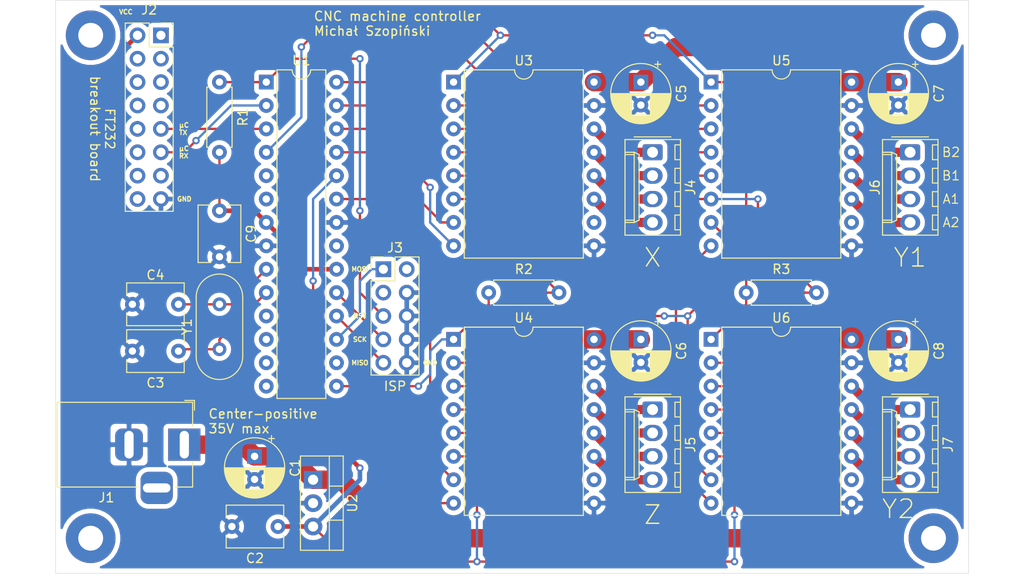
<source format=kicad_pcb>
(kicad_pcb (version 20171130) (host pcbnew "(5.1.10)-1")
  (layers (0 F.Cu signal) (31 B.Cu signal) (35 F.Paste user) (37 F.SilkS user) (38 B.Mask user) (39 F.Mask user) (44 Edge.Cuts user))
  (net 0 "")
  (net 1 GND)
  (net 2 +5V)
  (net 3 "Net-(C3-Pad1)")
  (net 4 "Net-(C4-Pad1)")
  (net 5 "Net-(J2-Pad1)")
  (net 6 "Net-(J2-Pad3)")
  (net 7 "Net-(J2-Pad4)")
  (net 8 "Net-(J2-Pad5)")
  (net 9 "Net-(J2-Pad6)")
  (net 10 "Net-(J2-Pad7)")
  (net 11 "Net-(J2-Pad8)")
  (net 12 /TXD)
  (net 13 "Net-(J2-Pad10)")
  (net 14 /RXD)
  (net 15 "Net-(J2-Pad12)")
  (net 16 "Net-(J2-Pad13)")
  (net 17 "Net-(J2-Pad14)")
  (net 18 "Net-(J2-Pad16)")
  (net 19 "Net-(J3-Pad1)")
  (net 20 "Net-(J3-Pad2)")
  (net 21 "Net-(J3-Pad3)")
  (net 22 /RESET)
  (net 23 "Net-(J3-Pad7)")
  (net 24 "Net-(J3-Pad9)")
  (net 25 "Net-(J4-Pad1)")
  (net 26 "Net-(J4-Pad2)")
  (net 27 "Net-(J4-Pad3)")
  (net 28 "Net-(J4-Pad4)")
  (net 29 "Net-(J5-Pad1)")
  (net 30 "Net-(J5-Pad2)")
  (net 31 "Net-(J5-Pad3)")
  (net 32 "Net-(J5-Pad4)")
  (net 33 "Net-(J6-Pad4)")
  (net 34 "Net-(J6-Pad3)")
  (net 35 "Net-(J6-Pad2)")
  (net 36 "Net-(J6-Pad1)")
  (net 37 "Net-(J7-Pad4)")
  (net 38 "Net-(J7-Pad3)")
  (net 39 "Net-(J7-Pad2)")
  (net 40 "Net-(J7-Pad1)")
  (net 41 /ENABLE_Z)
  (net 42 /ENABLE_XY)
  (net 43 "Net-(U1-Pad16)")
  (net 44 "Net-(U1-Pad5)")
  (net 45 "Net-(U1-Pad6)")
  (net 46 "Net-(U1-Pad21)")
  (net 47 /STEP_Z)
  (net 48 /DIR_Z)
  (net 49 "Net-(U1-Pad11)")
  (net 50 /STEP_X)
  (net 51 "Net-(U1-Pad12)")
  (net 52 /DIR_X)
  (net 53 /STEP_Y)
  (net 54 /DIR_Y)
  (net 55 "Net-(U3-Pad10)")
  (net 56 "Net-(U4-Pad10)")
  (net 57 "Net-(U5-Pad10)")
  (net 58 "Net-(U6-Pad10)")
  (net 59 "Net-(U1-Pad14)")
  (net 60 "Net-(U1-Pad13)")
  (net 61 +12V)
  (module MountingHole:MountingHole_2.7mm_Pad (layer F.Cu) (at 109.22 138.43)
    (fp_text reference REF** hide)
    (fp_text value MountingHole_2.7mm_Pad)
    (pad 4 thru_hole circle (at 0 0) (size 5.4 5.4) (drill 2.7) (layers *.Cu *.Mask))
  )
  (module MountingHole:MountingHole_2.7mm_Pad (layer F.Cu) (at 200.66 138.43)
    (fp_text reference REF** hide)
    (fp_text value MountingHole_2.7mm_Pad)
    (pad 3 thru_hole circle (at 0 0) (size 5.4 5.4) (drill 2.7) (layers *.Cu *.Mask))
  )
  (module MountingHole:MountingHole_2.7mm_Pad (layer F.Cu) (at 200.66 83.82)
    (fp_text reference REF** hide)
    (fp_text value MountingHole_2.7mm_Pad)
    (pad 2 thru_hole circle (at 0 0) (size 5.4 5.4) (drill 2.7) (layers *.Cu *.Mask))
  )
  (module MountingHole:MountingHole_2.7mm_Pad (layer F.Cu) (at 109.22 83.82)
    (fp_text reference REF** hide)
    (fp_text value MountingHole_2.7mm_Pad)
    (pad 1 thru_hole circle (at 0 0) (size 5.4 5.4) (drill 2.7) (layers *.Cu *.Mask))
  )
  (module Capacitor_THT:C_Disc_D6.0mm_W4.4mm_P5.00mm (layer F.Cu) (at 129.54 137.16 180)
    (fp_text reference C2 (at 2.5 -3.45) (layer F.SilkS))
    (fp_text value 100n)
    (pad 2 thru_hole circle (at 5 0 180) (size 1.6 1.6) (drill 0.8) (layers *.Cu *.Mask) (net 1 GND))
    (pad 1 thru_hole circle (at 0 0 180) (size 1.6 1.6) (drill 0.8) (layers *.Cu *.Mask) (net 2 +5V))
  )
  (module Capacitor_THT:C_Disc_D6.0mm_W4.4mm_P5.00mm (layer F.Cu) (at 118.745 118.11 180)
    (fp_text reference C3 (at 2.5 -3.45) (layer F.SilkS))
    (fp_text value 22p)
    (pad 1 thru_hole circle (at 0 0 180) (size 1.6 1.6) (drill 0.8) (layers *.Cu *.Mask) (net 3 "Net-(C3-Pad1)"))
    (pad 2 thru_hole circle (at 5 0 180) (size 1.6 1.6) (drill 0.8) (layers *.Cu *.Mask) (net 1 GND))
  )
  (module Capacitor_THT:C_Disc_D6.0mm_W4.4mm_P5.00mm (layer F.Cu) (at 118.745 113.03 180)
    (fp_text reference C4 (at 2.5 3.175) (layer F.SilkS))
    (fp_text value 22p)
    (pad 2 thru_hole circle (at 5 0 180) (size 1.6 1.6) (drill 0.8) (layers *.Cu *.Mask) (net 1 GND))
    (pad 1 thru_hole circle (at 0 0 180) (size 1.6 1.6) (drill 0.8) (layers *.Cu *.Mask) (net 4 "Net-(C4-Pad1)"))
  )
  (module Capacitor_THT:CP_Radial_D6.3mm_P2.50mm (layer F.Cu) (at 168.91 88.9 270)
    (fp_text reference C5 (at 1.25 -4.4 90) (layer F.SilkS))
    (fp_text value 100u)
    (pad 2 thru_hole circle (at 2.5 0 270) (size 1.6 1.6) (drill 0.8) (layers *.Cu *.Mask) (net 1 GND))
    (pad 1 thru_hole rect (at 0 0 270) (size 1.6 1.6) (drill 0.8) (layers *.Cu *.Mask) (net 61 +12V))
  )
  (module Capacitor_THT:CP_Radial_D6.3mm_P2.50mm (layer F.Cu) (at 168.91 116.84 270)
    (fp_text reference C6 (at 1.25 -4.4 90) (layer F.SilkS))
    (fp_text value 100u)
    (pad 2 thru_hole circle (at 2.5 0 270) (size 1.6 1.6) (drill 0.8) (layers *.Cu *.Mask) (net 1 GND))
    (pad 1 thru_hole rect (at 0 0 270) (size 1.6 1.6) (drill 0.8) (layers *.Cu *.Mask) (net 61 +12V))
  )
  (module Capacitor_THT:CP_Radial_D6.3mm_P2.50mm (layer F.Cu) (at 196.85 88.9 270)
    (fp_text reference C7 (at 1.25 -4.4 90) (layer F.SilkS))
    (fp_text value 100u)
    (pad 1 thru_hole rect (at 0 0 270) (size 1.6 1.6) (drill 0.8) (layers *.Cu *.Mask) (net 61 +12V))
    (pad 2 thru_hole circle (at 2.5 0 270) (size 1.6 1.6) (drill 0.8) (layers *.Cu *.Mask) (net 1 GND))
  )
  (module Capacitor_THT:CP_Radial_D6.3mm_P2.50mm (layer F.Cu) (at 196.85 116.84 270)
    (fp_text reference C8 (at 1.25 -4.4 90) (layer F.SilkS))
    (fp_text value 100u)
    (pad 1 thru_hole rect (at 0 0 270) (size 1.6 1.6) (drill 0.8) (layers *.Cu *.Mask) (net 61 +12V))
    (pad 2 thru_hole circle (at 2.5 0 270) (size 1.6 1.6) (drill 0.8) (layers *.Cu *.Mask) (net 1 GND))
  )
  (module Capacitor_THT:C_Disc_D6.0mm_W4.4mm_P5.00mm (layer F.Cu) (at 123.19 102.87 270)
    (fp_text reference C9 (at 2.5 -3.45 90) (layer F.SilkS))
    (fp_text value 100n)
    (pad 1 thru_hole circle (at 0 0 270) (size 1.6 1.6) (drill 0.8) (layers *.Cu *.Mask) (net 2 +5V))
    (pad 2 thru_hole circle (at 5 0 270) (size 1.6 1.6) (drill 0.8) (layers *.Cu *.Mask) (net 1 GND))
  )
  (module Connector_BarrelJack:BarrelJack_Horizontal (layer F.Cu) (at 119.38 128.27)
    (fp_text reference J1 (at -8.45 5.75) (layer F.SilkS))
    (fp_text value Barrel_Jack)
    (pad 1 thru_hole rect (at 0 0) (size 3.5 3.5) (drill oval 1 3) (layers *.Cu *.Mask) (net 61 +12V))
    (pad 2 thru_hole roundrect (at -6 0) (size 3 3.5) (drill oval 1 3) (layers *.Cu *.Mask) (net 1 GND))
    (pad 3 thru_hole roundrect (at -3 4.7) (size 3.5 3.5) (drill oval 3 1) (layers *.Cu *.Mask))
  )
  (module Connector_PinSocket_2.54mm:PinSocket_2x08_P2.54mm_Vertical (layer F.Cu) (at 116.84 83.82)
    (fp_text reference J2 (at -1.27 -2.77) (layer F.SilkS))
    (fp_text value Conn_02x08_Odd_Even)
    (pad 1 thru_hole rect (at 0 0) (size 1.7 1.7) (drill 1) (layers *.Cu *.Mask) (net 5 "Net-(J2-Pad1)"))
    (pad 2 thru_hole oval (at -2.54 0) (size 1.7 1.7) (drill 1) (layers *.Cu *.Mask) (net 2 +5V))
    (pad 3 thru_hole oval (at 0 2.54) (size 1.7 1.7) (drill 1) (layers *.Cu *.Mask) (net 6 "Net-(J2-Pad3)"))
    (pad 4 thru_hole oval (at -2.54 2.54) (size 1.7 1.7) (drill 1) (layers *.Cu *.Mask) (net 7 "Net-(J2-Pad4)"))
    (pad 5 thru_hole oval (at 0 5.08) (size 1.7 1.7) (drill 1) (layers *.Cu *.Mask) (net 8 "Net-(J2-Pad5)"))
    (pad 6 thru_hole oval (at -2.54 5.08) (size 1.7 1.7) (drill 1) (layers *.Cu *.Mask) (net 9 "Net-(J2-Pad6)"))
    (pad 7 thru_hole oval (at 0 7.62) (size 1.7 1.7) (drill 1) (layers *.Cu *.Mask) (net 10 "Net-(J2-Pad7)"))
    (pad 8 thru_hole oval (at -2.54 7.62) (size 1.7 1.7) (drill 1) (layers *.Cu *.Mask) (net 11 "Net-(J2-Pad8)"))
    (pad 9 thru_hole oval (at 0 10.16) (size 1.7 1.7) (drill 1) (layers *.Cu *.Mask) (net 12 /TXD))
    (pad 10 thru_hole oval (at -2.54 10.16) (size 1.7 1.7) (drill 1) (layers *.Cu *.Mask) (net 13 "Net-(J2-Pad10)"))
    (pad 11 thru_hole oval (at 0 12.7) (size 1.7 1.7) (drill 1) (layers *.Cu *.Mask) (net 14 /RXD))
    (pad 12 thru_hole oval (at -2.54 12.7) (size 1.7 1.7) (drill 1) (layers *.Cu *.Mask) (net 15 "Net-(J2-Pad12)"))
    (pad 13 thru_hole oval (at 0 15.24) (size 1.7 1.7) (drill 1) (layers *.Cu *.Mask) (net 16 "Net-(J2-Pad13)"))
    (pad 14 thru_hole oval (at -2.54 15.24) (size 1.7 1.7) (drill 1) (layers *.Cu *.Mask) (net 17 "Net-(J2-Pad14)"))
    (pad 15 thru_hole oval (at 0 17.78) (size 1.7 1.7) (drill 1) (layers *.Cu *.Mask) (net 1 GND))
    (pad 16 thru_hole oval (at -2.54 17.78) (size 1.7 1.7) (drill 1) (layers *.Cu *.Mask) (net 18 "Net-(J2-Pad16)"))
  )
  (module Connector_PinHeader_2.54mm:PinHeader_2x05_P2.54mm_Vertical (layer F.Cu) (at 140.97 109.22)
    (fp_text reference J3 (at 1.27 -2.33) (layer F.SilkS))
    (fp_text value AVR-ISP-10)
    (pad 1 thru_hole rect (at 0 0) (size 1.7 1.7) (drill 1) (layers *.Cu *.Mask) (net 19 "Net-(J3-Pad1)"))
    (pad 2 thru_hole oval (at 2.54 0) (size 1.7 1.7) (drill 1) (layers *.Cu *.Mask) (net 20 "Net-(J3-Pad2)"))
    (pad 3 thru_hole oval (at 0 2.54) (size 1.7 1.7) (drill 1) (layers *.Cu *.Mask) (net 21 "Net-(J3-Pad3)"))
    (pad 4 thru_hole oval (at 2.54 2.54) (size 1.7 1.7) (drill 1) (layers *.Cu *.Mask) (net 1 GND))
    (pad 5 thru_hole oval (at 0 5.08) (size 1.7 1.7) (drill 1) (layers *.Cu *.Mask) (net 22 /RESET))
    (pad 6 thru_hole oval (at 2.54 5.08) (size 1.7 1.7) (drill 1) (layers *.Cu *.Mask) (net 1 GND))
    (pad 7 thru_hole oval (at 0 7.62) (size 1.7 1.7) (drill 1) (layers *.Cu *.Mask) (net 23 "Net-(J3-Pad7)"))
    (pad 8 thru_hole oval (at 2.54 7.62) (size 1.7 1.7) (drill 1) (layers *.Cu *.Mask) (net 1 GND))
    (pad 9 thru_hole oval (at 0 10.16) (size 1.7 1.7) (drill 1) (layers *.Cu *.Mask) (net 24 "Net-(J3-Pad9)"))
    (pad 10 thru_hole oval (at 2.54 10.16) (size 1.7 1.7) (drill 1) (layers *.Cu *.Mask) (net 1 GND))
  )
  (module Connector_Molex:Molex_KK-254_AE-6410-04A_1x04_P2.54mm_Vertical (layer F.Cu) (at 170.18 96.52 270)
    (fp_text reference J4 (at 3.81 -4.12 90) (layer F.SilkS))
    (fp_text value Conn_01x04)
    (pad 1 thru_hole roundrect (at 0 0 270) (size 1.74 2.19) (drill 1.19) (layers *.Cu *.Mask) (roundrect_rratio 0.143678) (net 25 "Net-(J4-Pad1)"))
    (pad 2 thru_hole oval (at 2.54 0 270) (size 1.74 2.19) (drill 1.19) (layers *.Cu *.Mask) (net 26 "Net-(J4-Pad2)"))
    (pad 3 thru_hole oval (at 5.08 0 270) (size 1.74 2.19) (drill 1.19) (layers *.Cu *.Mask) (net 27 "Net-(J4-Pad3)"))
    (pad 4 thru_hole oval (at 7.62 0 270) (size 1.74 2.19) (drill 1.19) (layers *.Cu *.Mask) (net 28 "Net-(J4-Pad4)"))
  )
  (module Connector_Molex:Molex_KK-254_AE-6410-04A_1x04_P2.54mm_Vertical (layer F.Cu) (at 170.18 124.46 270)
    (fp_text reference J5 (at 3.81 -4.12 90) (layer F.SilkS))
    (fp_text value Conn_01x04)
    (pad 1 thru_hole roundrect (at 0 0 270) (size 1.74 2.19) (drill 1.19) (layers *.Cu *.Mask) (roundrect_rratio 0.143678) (net 29 "Net-(J5-Pad1)"))
    (pad 2 thru_hole oval (at 2.54 0 270) (size 1.74 2.19) (drill 1.19) (layers *.Cu *.Mask) (net 30 "Net-(J5-Pad2)"))
    (pad 3 thru_hole oval (at 5.08 0 270) (size 1.74 2.19) (drill 1.19) (layers *.Cu *.Mask) (net 31 "Net-(J5-Pad3)"))
    (pad 4 thru_hole oval (at 7.62 0 270) (size 1.74 2.19) (drill 1.19) (layers *.Cu *.Mask) (net 32 "Net-(J5-Pad4)"))
  )
  (module Connector_Molex:Molex_KK-254_AE-6410-04A_1x04_P2.54mm_Vertical (layer F.Cu) (at 198.12 96.52 270)
    (fp_text reference J6 (at 3.81 3.81 90) (layer F.SilkS))
    (fp_text value Conn_01x04)
    (pad 4 thru_hole oval (at 7.62 0 270) (size 1.74 2.19) (drill 1.19) (layers *.Cu *.Mask) (net 33 "Net-(J6-Pad4)"))
    (pad 3 thru_hole oval (at 5.08 0 270) (size 1.74 2.19) (drill 1.19) (layers *.Cu *.Mask) (net 34 "Net-(J6-Pad3)"))
    (pad 2 thru_hole oval (at 2.54 0 270) (size 1.74 2.19) (drill 1.19) (layers *.Cu *.Mask) (net 35 "Net-(J6-Pad2)"))
    (pad 1 thru_hole roundrect (at 0 0 270) (size 1.74 2.19) (drill 1.19) (layers *.Cu *.Mask) (roundrect_rratio 0.143678) (net 36 "Net-(J6-Pad1)"))
  )
  (module Connector_Molex:Molex_KK-254_AE-6410-04A_1x04_P2.54mm_Vertical (layer F.Cu) (at 198.12 124.46 270)
    (fp_text reference J7 (at 3.81 -4.12 90) (layer F.SilkS))
    (fp_text value Conn_01x04)
    (pad 4 thru_hole oval (at 7.62 0 270) (size 1.74 2.19) (drill 1.19) (layers *.Cu *.Mask) (net 37 "Net-(J7-Pad4)"))
    (pad 3 thru_hole oval (at 5.08 0 270) (size 1.74 2.19) (drill 1.19) (layers *.Cu *.Mask) (net 38 "Net-(J7-Pad3)"))
    (pad 2 thru_hole oval (at 2.54 0 270) (size 1.74 2.19) (drill 1.19) (layers *.Cu *.Mask) (net 39 "Net-(J7-Pad2)"))
    (pad 1 thru_hole roundrect (at 0 0 270) (size 1.74 2.19) (drill 1.19) (layers *.Cu *.Mask) (roundrect_rratio 0.143678) (net 40 "Net-(J7-Pad1)"))
  )
  (module Resistor_THT:R_Axial_DIN0207_L6.3mm_D2.5mm_P7.62mm_Horizontal (layer F.Cu) (at 123.19 96.52 90)
    (fp_text reference R1 (at 3.81 2.54 90) (layer F.SilkS))
    (fp_text value 10k)
    (pad 1 thru_hole circle (at 0 0 90) (size 1.6 1.6) (drill 0.8) (layers *.Cu *.Mask) (net 2 +5V))
    (pad 2 thru_hole oval (at 7.62 0 90) (size 1.6 1.6) (drill 0.8) (layers *.Cu *.Mask) (net 22 /RESET))
  )
  (module Resistor_THT:R_Axial_DIN0207_L6.3mm_D2.5mm_P7.62mm_Horizontal (layer F.Cu) (at 160.02 111.76 180)
    (fp_text reference R2 (at 3.81 2.54) (layer F.SilkS))
    (fp_text value 10k)
    (pad 2 thru_hole oval (at 7.62 0 180) (size 1.6 1.6) (drill 0.8) (layers *.Cu *.Mask) (net 41 /ENABLE_Z))
    (pad 1 thru_hole circle (at 0 0 180) (size 1.6 1.6) (drill 0.8) (layers *.Cu *.Mask) (net 2 +5V))
  )
  (module Resistor_THT:R_Axial_DIN0207_L6.3mm_D2.5mm_P7.62mm_Horizontal (layer F.Cu) (at 187.96 111.76 180)
    (fp_text reference R3 (at 3.81 2.54) (layer F.SilkS))
    (fp_text value 10k)
    (pad 1 thru_hole circle (at 0 0 180) (size 1.6 1.6) (drill 0.8) (layers *.Cu *.Mask) (net 2 +5V))
    (pad 2 thru_hole oval (at 7.62 0 180) (size 1.6 1.6) (drill 0.8) (layers *.Cu *.Mask) (net 42 /ENABLE_XY))
  )
  (module Package_DIP:DIP-28_W7.62mm (layer F.Cu) (at 128.27 88.9)
    (fp_text reference U1 (at 3.81 -2.33) (layer F.SilkS))
    (fp_text value ATmega328P-PU)
    (pad 1 thru_hole rect (at 0 0) (size 1.6 1.6) (drill 0.8) (layers *.Cu *.Mask) (net 22 /RESET))
    (pad 15 thru_hole oval (at 7.62 33.02) (size 1.6 1.6) (drill 0.8) (layers *.Cu *.Mask) (net 41 /ENABLE_Z))
    (pad 2 thru_hole oval (at 0 2.54) (size 1.6 1.6) (drill 0.8) (layers *.Cu *.Mask) (net 14 /RXD))
    (pad 16 thru_hole oval (at 7.62 30.48) (size 1.6 1.6) (drill 0.8) (layers *.Cu *.Mask) (net 43 "Net-(U1-Pad16)"))
    (pad 3 thru_hole oval (at 0 5.08) (size 1.6 1.6) (drill 0.8) (layers *.Cu *.Mask) (net 12 /TXD))
    (pad 17 thru_hole oval (at 7.62 27.94) (size 1.6 1.6) (drill 0.8) (layers *.Cu *.Mask) (net 19 "Net-(J3-Pad1)"))
    (pad 4 thru_hole oval (at 0 7.62) (size 1.6 1.6) (drill 0.8) (layers *.Cu *.Mask) (net 42 /ENABLE_XY))
    (pad 18 thru_hole oval (at 7.62 25.4) (size 1.6 1.6) (drill 0.8) (layers *.Cu *.Mask) (net 24 "Net-(J3-Pad9)"))
    (pad 5 thru_hole oval (at 0 10.16) (size 1.6 1.6) (drill 0.8) (layers *.Cu *.Mask) (net 44 "Net-(U1-Pad5)"))
    (pad 19 thru_hole oval (at 7.62 22.86) (size 1.6 1.6) (drill 0.8) (layers *.Cu *.Mask) (net 23 "Net-(J3-Pad7)"))
    (pad 6 thru_hole oval (at 0 12.7) (size 1.6 1.6) (drill 0.8) (layers *.Cu *.Mask) (net 45 "Net-(U1-Pad6)"))
    (pad 20 thru_hole oval (at 7.62 20.32) (size 1.6 1.6) (drill 0.8) (layers *.Cu *.Mask) (net 2 +5V))
    (pad 7 thru_hole oval (at 0 15.24) (size 1.6 1.6) (drill 0.8) (layers *.Cu *.Mask) (net 2 +5V))
    (pad 21 thru_hole oval (at 7.62 17.78) (size 1.6 1.6) (drill 0.8) (layers *.Cu *.Mask) (net 46 "Net-(U1-Pad21)"))
    (pad 8 thru_hole oval (at 0 17.78) (size 1.6 1.6) (drill 0.8) (layers *.Cu *.Mask) (net 1 GND))
    (pad 22 thru_hole oval (at 7.62 15.24) (size 1.6 1.6) (drill 0.8) (layers *.Cu *.Mask) (net 1 GND))
    (pad 9 thru_hole oval (at 0 20.32) (size 1.6 1.6) (drill 0.8) (layers *.Cu *.Mask) (net 4 "Net-(C4-Pad1)"))
    (pad 23 thru_hole oval (at 7.62 12.7) (size 1.6 1.6) (drill 0.8) (layers *.Cu *.Mask) (net 47 /STEP_Z))
    (pad 10 thru_hole oval (at 0 22.86) (size 1.6 1.6) (drill 0.8) (layers *.Cu *.Mask) (net 3 "Net-(C3-Pad1)"))
    (pad 24 thru_hole oval (at 7.62 10.16) (size 1.6 1.6) (drill 0.8) (layers *.Cu *.Mask) (net 48 /DIR_Z))
    (pad 11 thru_hole oval (at 0 25.4) (size 1.6 1.6) (drill 0.8) (layers *.Cu *.Mask) (net 49 "Net-(U1-Pad11)"))
    (pad 25 thru_hole oval (at 7.62 7.62) (size 1.6 1.6) (drill 0.8) (layers *.Cu *.Mask) (net 50 /STEP_X))
    (pad 12 thru_hole oval (at 0 27.94) (size 1.6 1.6) (drill 0.8) (layers *.Cu *.Mask) (net 51 "Net-(U1-Pad12)"))
    (pad 26 thru_hole oval (at 7.62 5.08) (size 1.6 1.6) (drill 0.8) (layers *.Cu *.Mask) (net 52 /DIR_X))
    (pad 13 thru_hole oval (at 0 30.48) (size 1.6 1.6) (drill 0.8) (layers *.Cu *.Mask) (net 60 "Net-(U1-Pad13)"))
    (pad 27 thru_hole oval (at 7.62 2.54) (size 1.6 1.6) (drill 0.8) (layers *.Cu *.Mask) (net 53 /STEP_Y))
    (pad 14 thru_hole oval (at 0 33.02) (size 1.6 1.6) (drill 0.8) (layers *.Cu *.Mask) (net 59 "Net-(U1-Pad14)"))
    (pad 28 thru_hole oval (at 7.62 0) (size 1.6 1.6) (drill 0.8) (layers *.Cu *.Mask) (net 54 /DIR_Y))
  )
  (module Crystal:Crystal_HC49-4H_Vertical (layer F.Cu) (at 123.19 117.91 90)
    (fp_text reference Y1 (at 2.44 -3.525 90) (layer F.SilkS))
    (fp_text value "20 MHz")
    (pad 1 thru_hole circle (at 0 0 90) (size 1.5 1.5) (drill 0.8) (layers *.Cu *.Mask) (net 3 "Net-(C3-Pad1)"))
    (pad 2 thru_hole circle (at 4.88 0 90) (size 1.5 1.5) (drill 0.8) (layers *.Cu *.Mask) (net 4 "Net-(C4-Pad1)"))
  )
  (module Package_TO_SOT_THT:TO-220-3_Vertical (layer F.Cu) (at 133.35 132.08 270)
    (fp_text reference U2 (at 2.54 -4.27 90) (layer F.SilkS))
    (fp_text value L7805)
    (pad 1 thru_hole rect (at 0 0 270) (size 1.905 2) (drill 1.1) (layers *.Cu *.Mask) (net 61 +12V))
    (pad 2 thru_hole oval (at 2.54 0 270) (size 1.905 2) (drill 1.1) (layers *.Cu *.Mask) (net 1 GND))
    (pad 3 thru_hole oval (at 5.08 0 270) (size 1.905 2) (drill 1.1) (layers *.Cu *.Mask) (net 2 +5V))
  )
  (module szopinski-cnc-diploma:DIP-16_W15.24mm (layer F.Cu) (at 148.59 88.9)
    (fp_text reference U3 (at 7.62 -2.33) (layer F.SilkS))
    (fp_text value DRV8825)
    (pad 16 thru_hole oval (at 15.24 0) (size 1.6 1.6) (drill 0.8) (layers *.Cu *.Mask) (net 61 +12V))
    (pad 15 thru_hole oval (at 15.24 2.54) (size 1.6 1.6) (drill 0.8) (layers *.Cu *.Mask) (net 1 GND))
    (pad 14 thru_hole oval (at 15.24 5.08) (size 1.6 1.6) (drill 0.8) (layers *.Cu *.Mask) (net 25 "Net-(J4-Pad1)"))
    (pad 13 thru_hole oval (at 15.24 7.62) (size 1.6 1.6) (drill 0.8) (layers *.Cu *.Mask) (net 26 "Net-(J4-Pad2)"))
    (pad 12 thru_hole oval (at 15.24 10.16) (size 1.6 1.6) (drill 0.8) (layers *.Cu *.Mask) (net 27 "Net-(J4-Pad3)"))
    (pad 8 thru_hole oval (at 0 17.78) (size 1.6 1.6) (drill 0.8) (layers *.Cu *.Mask) (net 52 /DIR_X))
    (pad 11 thru_hole oval (at 15.24 12.7) (size 1.6 1.6) (drill 0.8) (layers *.Cu *.Mask) (net 28 "Net-(J4-Pad4)"))
    (pad 7 thru_hole oval (at 0 15.24) (size 1.6 1.6) (drill 0.8) (layers *.Cu *.Mask) (net 50 /STEP_X))
    (pad 10 thru_hole oval (at 15.24 15.24) (size 1.6 1.6) (drill 0.8) (layers *.Cu *.Mask) (net 55 "Net-(U3-Pad10)"))
    (pad 6 thru_hole oval (at 0 12.7) (size 1.6 1.6) (drill 0.8) (layers *.Cu *.Mask) (net 2 +5V))
    (pad 9 thru_hole oval (at 15.24 17.78) (size 1.6 1.6) (drill 0.8) (layers *.Cu *.Mask) (net 1 GND))
    (pad 5 thru_hole oval (at 0 10.16) (size 1.6 1.6) (drill 0.8) (layers *.Cu *.Mask) (net 2 +5V))
    (pad 4 thru_hole oval (at 0 7.62) (size 1.6 1.6) (drill 0.8) (layers *.Cu *.Mask) (net 2 +5V))
    (pad 3 thru_hole oval (at 0 5.08) (size 1.6 1.6) (drill 0.8) (layers *.Cu *.Mask) (net 2 +5V))
    (pad 2 thru_hole oval (at 0 2.54) (size 1.6 1.6) (drill 0.8) (layers *.Cu *.Mask) (net 2 +5V))
    (pad 1 thru_hole rect (at 0 0) (size 1.6 1.6) (drill 0.8) (layers *.Cu *.Mask) (net 42 /ENABLE_XY))
  )
  (module szopinski-cnc-diploma:DIP-16_W15.24mm (layer F.Cu) (at 148.59 116.84)
    (fp_text reference U4 (at 7.62 -2.33) (layer F.SilkS))
    (fp_text value DRV8825)
    (pad 16 thru_hole oval (at 15.24 0) (size 1.6 1.6) (drill 0.8) (layers *.Cu *.Mask) (net 61 +12V))
    (pad 15 thru_hole oval (at 15.24 2.54) (size 1.6 1.6) (drill 0.8) (layers *.Cu *.Mask) (net 1 GND))
    (pad 14 thru_hole oval (at 15.24 5.08) (size 1.6 1.6) (drill 0.8) (layers *.Cu *.Mask) (net 29 "Net-(J5-Pad1)"))
    (pad 13 thru_hole oval (at 15.24 7.62) (size 1.6 1.6) (drill 0.8) (layers *.Cu *.Mask) (net 30 "Net-(J5-Pad2)"))
    (pad 12 thru_hole oval (at 15.24 10.16) (size 1.6 1.6) (drill 0.8) (layers *.Cu *.Mask) (net 31 "Net-(J5-Pad3)"))
    (pad 8 thru_hole oval (at 0 17.78) (size 1.6 1.6) (drill 0.8) (layers *.Cu *.Mask) (net 48 /DIR_Z))
    (pad 11 thru_hole oval (at 15.24 12.7) (size 1.6 1.6) (drill 0.8) (layers *.Cu *.Mask) (net 32 "Net-(J5-Pad4)"))
    (pad 7 thru_hole oval (at 0 15.24) (size 1.6 1.6) (drill 0.8) (layers *.Cu *.Mask) (net 47 /STEP_Z))
    (pad 10 thru_hole oval (at 15.24 15.24) (size 1.6 1.6) (drill 0.8) (layers *.Cu *.Mask) (net 56 "Net-(U4-Pad10)"))
    (pad 6 thru_hole oval (at 0 12.7) (size 1.6 1.6) (drill 0.8) (layers *.Cu *.Mask) (net 2 +5V))
    (pad 9 thru_hole oval (at 15.24 17.78) (size 1.6 1.6) (drill 0.8) (layers *.Cu *.Mask) (net 1 GND))
    (pad 5 thru_hole oval (at 0 10.16) (size 1.6 1.6) (drill 0.8) (layers *.Cu *.Mask) (net 2 +5V))
    (pad 4 thru_hole oval (at 0 7.62) (size 1.6 1.6) (drill 0.8) (layers *.Cu *.Mask) (net 2 +5V))
    (pad 3 thru_hole oval (at 0 5.08) (size 1.6 1.6) (drill 0.8) (layers *.Cu *.Mask) (net 2 +5V))
    (pad 2 thru_hole oval (at 0 2.54) (size 1.6 1.6) (drill 0.8) (layers *.Cu *.Mask) (net 2 +5V))
    (pad 1 thru_hole rect (at 0 0) (size 1.6 1.6) (drill 0.8) (layers *.Cu *.Mask) (net 41 /ENABLE_Z))
  )
  (module szopinski-cnc-diploma:DIP-16_W15.24mm (layer F.Cu) (at 176.53 88.9)
    (fp_text reference U5 (at 7.62 -2.33) (layer F.SilkS))
    (fp_text value DRV8825)
    (pad 1 thru_hole rect (at 0 0) (size 1.6 1.6) (drill 0.8) (layers *.Cu *.Mask) (net 42 /ENABLE_XY))
    (pad 2 thru_hole oval (at 0 2.54) (size 1.6 1.6) (drill 0.8) (layers *.Cu *.Mask) (net 2 +5V))
    (pad 3 thru_hole oval (at 0 5.08) (size 1.6 1.6) (drill 0.8) (layers *.Cu *.Mask) (net 2 +5V))
    (pad 4 thru_hole oval (at 0 7.62) (size 1.6 1.6) (drill 0.8) (layers *.Cu *.Mask) (net 2 +5V))
    (pad 5 thru_hole oval (at 0 10.16) (size 1.6 1.6) (drill 0.8) (layers *.Cu *.Mask) (net 2 +5V))
    (pad 9 thru_hole oval (at 15.24 17.78) (size 1.6 1.6) (drill 0.8) (layers *.Cu *.Mask) (net 1 GND))
    (pad 6 thru_hole oval (at 0 12.7) (size 1.6 1.6) (drill 0.8) (layers *.Cu *.Mask) (net 2 +5V))
    (pad 10 thru_hole oval (at 15.24 15.24) (size 1.6 1.6) (drill 0.8) (layers *.Cu *.Mask) (net 57 "Net-(U5-Pad10)"))
    (pad 7 thru_hole oval (at 0 15.24) (size 1.6 1.6) (drill 0.8) (layers *.Cu *.Mask) (net 53 /STEP_Y))
    (pad 11 thru_hole oval (at 15.24 12.7) (size 1.6 1.6) (drill 0.8) (layers *.Cu *.Mask) (net 33 "Net-(J6-Pad4)"))
    (pad 8 thru_hole oval (at 0 17.78) (size 1.6 1.6) (drill 0.8) (layers *.Cu *.Mask) (net 54 /DIR_Y))
    (pad 12 thru_hole oval (at 15.24 10.16) (size 1.6 1.6) (drill 0.8) (layers *.Cu *.Mask) (net 34 "Net-(J6-Pad3)"))
    (pad 13 thru_hole oval (at 15.24 7.62) (size 1.6 1.6) (drill 0.8) (layers *.Cu *.Mask) (net 35 "Net-(J6-Pad2)"))
    (pad 14 thru_hole oval (at 15.24 5.08) (size 1.6 1.6) (drill 0.8) (layers *.Cu *.Mask) (net 36 "Net-(J6-Pad1)"))
    (pad 15 thru_hole oval (at 15.24 2.54) (size 1.6 1.6) (drill 0.8) (layers *.Cu *.Mask) (net 1 GND))
    (pad 16 thru_hole oval (at 15.24 0) (size 1.6 1.6) (drill 0.8) (layers *.Cu *.Mask) (net 61 +12V))
  )
  (module szopinski-cnc-diploma:DIP-16_W15.24mm (layer F.Cu) (at 176.53 116.84)
    (fp_text reference U6 (at 7.62 -2.33) (layer F.SilkS))
    (fp_text value DRV8825)
    (pad 1 thru_hole rect (at 0 0) (size 1.6 1.6) (drill 0.8) (layers *.Cu *.Mask) (net 42 /ENABLE_XY))
    (pad 2 thru_hole oval (at 0 2.54) (size 1.6 1.6) (drill 0.8) (layers *.Cu *.Mask) (net 2 +5V))
    (pad 3 thru_hole oval (at 0 5.08) (size 1.6 1.6) (drill 0.8) (layers *.Cu *.Mask) (net 2 +5V))
    (pad 4 thru_hole oval (at 0 7.62) (size 1.6 1.6) (drill 0.8) (layers *.Cu *.Mask) (net 2 +5V))
    (pad 5 thru_hole oval (at 0 10.16) (size 1.6 1.6) (drill 0.8) (layers *.Cu *.Mask) (net 2 +5V))
    (pad 9 thru_hole oval (at 15.24 17.78) (size 1.6 1.6) (drill 0.8) (layers *.Cu *.Mask) (net 1 GND))
    (pad 6 thru_hole oval (at 0 12.7) (size 1.6 1.6) (drill 0.8) (layers *.Cu *.Mask) (net 2 +5V))
    (pad 10 thru_hole oval (at 15.24 15.24) (size 1.6 1.6) (drill 0.8) (layers *.Cu *.Mask) (net 58 "Net-(U6-Pad10)"))
    (pad 7 thru_hole oval (at 0 15.24) (size 1.6 1.6) (drill 0.8) (layers *.Cu *.Mask) (net 53 /STEP_Y))
    (pad 11 thru_hole oval (at 15.24 12.7) (size 1.6 1.6) (drill 0.8) (layers *.Cu *.Mask) (net 37 "Net-(J7-Pad4)"))
    (pad 8 thru_hole oval (at 0 17.78) (size 1.6 1.6) (drill 0.8) (layers *.Cu *.Mask) (net 54 /DIR_Y))
    (pad 12 thru_hole oval (at 15.24 10.16) (size 1.6 1.6) (drill 0.8) (layers *.Cu *.Mask) (net 38 "Net-(J7-Pad3)"))
    (pad 13 thru_hole oval (at 15.24 7.62) (size 1.6 1.6) (drill 0.8) (layers *.Cu *.Mask) (net 39 "Net-(J7-Pad2)"))
    (pad 14 thru_hole oval (at 15.24 5.08) (size 1.6 1.6) (drill 0.8) (layers *.Cu *.Mask) (net 40 "Net-(J7-Pad1)"))
    (pad 15 thru_hole oval (at 15.24 2.54) (size 1.6 1.6) (drill 0.8) (layers *.Cu *.Mask) (net 1 GND))
    (pad 16 thru_hole oval (at 15.24 0) (size 1.6 1.6) (drill 0.8) (layers *.Cu *.Mask) (net 61 +12V))
  )
  (module Capacitor_THT:CP_Radial_D6.3mm_P2.50mm (layer F.Cu) (at 127 129.54 270)
    (fp_text reference C1 (at 1.25 -4.4 90) (layer F.SilkS))
    (fp_text value 100u)
    (pad 1 thru_hole rect (at 0 0 270) (size 1.6 1.6) (drill 0.8) (layers *.Cu *.Mask) (net 61 +12V))
    (pad 2 thru_hole circle (at 2.5 0 270) (size 1.6 1.6) (drill 0.8) (layers *.Cu *.Mask) (net 1 GND))
  )
  (gr_text A2 (at 202.565 104.14) (layer F.SilkS) (effects (font (size 1 1) (thickness 0.125))))
  (gr_text A1 (at 202.565 101.6) (layer F.SilkS) (effects (font (size 1 1) (thickness 0.125))))
  (gr_text B1 (at 202.565 99.06) (layer F.SilkS) (effects (font (size 1 1) (thickness 0.125))))
  (gr_text B2 (at 202.565 96.52) (layer F.SilkS) (effects (font (size 1 1) (thickness 0.125))))
  (gr_text VCC (at 113.03 81.28) (layer F.SilkS) (effects (font (size 0.5 0.5) (thickness 0.125))))
  (gr_text GND (at 119.38 101.6) (layer F.SilkS) (effects (font (size 0.5 0.5) (thickness 0.125))))
  (gr_text Y2 (at 196.85 135.255) (layer F.SilkS) (effects (font (size 2 2))))
  (gr_text Y1 (at 198.12 107.95) (layer F.SilkS) (effects (font (size 2 2))))
  (gr_text Z (at 170.18 135.89) (layer F.SilkS) (effects (font (size 2 2))))
  (gr_text X (at 170.18 107.95) (layer F.SilkS) (effects (font (size 2 2))))
  (gr_text "Center-positive\n35V max" (at 121.92 125.73) (layer F.SilkS) (effects (font (size 1 1)) (justify left)))
  (gr_text "μC\nTX" (at 118.745 93.98) (layer F.SilkS) (effects (font (size 0.5 0.5) (thickness 0.125)) (justify left)))
  (gr_text "μC\nRX" (at 118.745 96.52) (layer F.SilkS) (effects (font (size 0.5 0.5) (thickness 0.125)) (justify left)))
  (gr_text ISP (at 142.24 121.92) (layer F.SilkS) (effects (font (size 1 1))))
  (gr_text GND (at 146.05 119.38) (layer F.SilkS) (effects (font (size 0.5 0.5) (thickness 0.125))))
  (gr_text MISO (at 138.43 119.38) (layer F.SilkS) (effects (font (size 0.5 0.5) (thickness 0.125))))
  (gr_text SCK (at 138.43 116.84) (layer F.SilkS) (effects (font (size 0.5 0.5) (thickness 0.125))))
  (gr_text RST (at 138.43 114.3) (layer F.SilkS) (effects (font (size 0.5 0.5) (thickness 0.125))))
  (gr_text MOSI (at 138.43 109.22) (layer F.SilkS) (effects (font (size 0.5 0.5) (thickness 0.125))))
  (gr_text "FT232\nbreakout board" (at 110.49 93.98 -90) (layer F.SilkS) (effects (font (size 1 1))))
  (gr_text "CNC machine controller\nMichał Szopiński" (at 133.35 82.55) (layer F.SilkS) (effects (font (size 1 1)) (justify left)))
  (gr_line (start 204.47 142.24) (end 204.47 80.01) (layer Edge.Cuts) (width 0.05))
  (gr_line (start 105.41 142.24) (end 204.47 142.24) (layer Edge.Cuts) (width 0.05))
  (gr_line (start 105.41 80.01) (end 105.41 142.24) (layer Edge.Cuts) (width 0.05))
  (gr_line (start 204.47 80.01) (end 105.41 80.01) (layer Edge.Cuts) (width 0.05))
  (via (at 151.13 140.97) (size 0.8) (drill 0.4) (layers F.Cu B.Cu) (net 2))
  (via (at 179.07 140.97) (size 0.8) (drill 0.4) (layers F.Cu B.Cu) (net 2))
  (via (at 181.61 101.6) (size 0.8) (drill 0.4) (layers F.Cu B.Cu) (net 2))
  (via (at 138.43 130.81) (size 0.8) (drill 0.4) (layers F.Cu B.Cu) (net 2))
  (segment (start 176.53 130.229998) (end 176.53 129.54) (width 0.5) (layer B.Cu) (net 2))
  (segment (start 114.329998 83.82) (end 114.3 83.82) (width 0.5) (layer B.Cu) (net 2))
  (segment (start 129.54 137.16) (end 133.35 137.16) (width 0.5) (layer F.Cu) (net 2))
  (segment (start 127 102.87) (end 128.27 104.14) (width 0.5) (layer F.Cu) (net 2))
  (segment (start 123.19 102.87) (end 127 102.87) (width 0.5) (layer F.Cu) (net 2))
  (segment (start 123.19 96.52) (end 123.19 102.87) (width 0.25) (layer F.Cu) (net 2))
  (segment (start 148.59 119.38) (end 151.13 119.38) (width 0.25) (layer F.Cu) (net 2))
  (segment (start 151.13 119.38) (end 151.13 121.92) (width 0.25) (layer F.Cu) (net 2))
  (segment (start 151.13 119.38) (end 158.75 111.76) (width 0.25) (layer F.Cu) (net 2))
  (segment (start 158.75 111.76) (end 160.02 111.76) (width 0.25) (layer F.Cu) (net 2))
  (segment (start 151.13 121.92) (end 148.59 121.92) (width 0.25) (layer F.Cu) (net 2))
  (segment (start 151.13 121.92) (end 151.13 124.46) (width 0.25) (layer F.Cu) (net 2))
  (segment (start 151.13 124.46) (end 148.59 124.46) (width 0.25) (layer F.Cu) (net 2))
  (segment (start 151.13 124.46) (end 151.13 127) (width 0.25) (layer F.Cu) (net 2))
  (segment (start 151.13 127) (end 148.59 127) (width 0.25) (layer F.Cu) (net 2))
  (segment (start 148.59 129.54) (end 151.13 129.54) (width 0.25) (layer F.Cu) (net 2))
  (segment (start 151.13 129.54) (end 151.13 127) (width 0.25) (layer F.Cu) (net 2))
  (segment (start 179.07 129.54) (end 176.53 129.54) (width 0.25) (layer F.Cu) (net 2))
  (segment (start 179.07 129.54) (end 179.07 127) (width 0.25) (layer F.Cu) (net 2))
  (segment (start 179.07 127) (end 176.53 127) (width 0.25) (layer F.Cu) (net 2))
  (segment (start 179.07 127) (end 179.07 124.46) (width 0.25) (layer F.Cu) (net 2))
  (segment (start 179.07 124.46) (end 176.53 124.46) (width 0.25) (layer F.Cu) (net 2))
  (segment (start 179.07 124.46) (end 179.07 121.92) (width 0.25) (layer F.Cu) (net 2))
  (segment (start 179.07 121.92) (end 176.53 121.92) (width 0.25) (layer F.Cu) (net 2))
  (segment (start 179.07 121.92) (end 179.07 119.38) (width 0.25) (layer F.Cu) (net 2))
  (segment (start 179.07 119.38) (end 176.53 119.38) (width 0.25) (layer F.Cu) (net 2))
  (segment (start 179.07 119.38) (end 186.69 111.76) (width 0.25) (layer F.Cu) (net 2))
  (segment (start 186.69 111.76) (end 187.96 111.76) (width 0.25) (layer F.Cu) (net 2))
  (segment (start 176.53 101.6) (end 173.99 101.6) (width 0.25) (layer F.Cu) (net 2))
  (segment (start 173.99 101.6) (end 173.99 99.06) (width 0.25) (layer F.Cu) (net 2))
  (segment (start 173.99 99.06) (end 176.53 99.06) (width 0.25) (layer F.Cu) (net 2))
  (segment (start 173.99 99.06) (end 173.99 96.52) (width 0.25) (layer F.Cu) (net 2))
  (segment (start 173.99 96.52) (end 176.53 96.52) (width 0.25) (layer F.Cu) (net 2))
  (segment (start 173.99 96.52) (end 173.99 93.98) (width 0.25) (layer F.Cu) (net 2))
  (segment (start 173.99 93.98) (end 176.53 93.98) (width 0.25) (layer F.Cu) (net 2))
  (segment (start 173.99 93.98) (end 173.99 91.44) (width 0.25) (layer F.Cu) (net 2))
  (segment (start 173.99 91.44) (end 176.53 91.44) (width 0.25) (layer F.Cu) (net 2))
  (via (at 151.13 135.89) (size 0.8) (drill 0.4) (layers F.Cu B.Cu) (net 2))
  (via (at 179.07 135.89) (size 0.8) (drill 0.4) (layers F.Cu B.Cu) (net 2))
  (segment (start 181.61 105.41) (end 187.96 111.76) (width 0.25) (layer F.Cu) (net 2))
  (segment (start 181.61 101.6) (end 181.61 105.41) (width 0.25) (layer F.Cu) (net 2))
  (segment (start 176.53 101.6) (end 181.61 101.6) (width 0.25) (layer B.Cu) (net 2))
  (segment (start 138.43 132.08) (end 133.35 137.16) (width 0.5) (layer B.Cu) (net 2))
  (segment (start 138.43 130.81) (end 138.43 132.08) (width 0.5) (layer B.Cu) (net 2))
  (segment (start 133.35 137.16) (end 137.16 140.97) (width 0.25) (layer F.Cu) (net 2))
  (segment (start 137.16 140.97) (end 151.13 140.97) (width 0.25) (layer F.Cu) (net 2))
  (segment (start 151.13 140.97) (end 179.07 140.97) (width 0.25) (layer F.Cu) (net 2))
  (segment (start 151.13 135.89) (end 151.13 140.97) (width 0.25) (layer B.Cu) (net 2))
  (segment (start 179.07 135.89) (end 179.07 140.97) (width 0.25) (layer B.Cu) (net 2))
  (segment (start 179.07 129.54) (end 179.07 135.89) (width 0.25) (layer F.Cu) (net 2))
  (segment (start 151.13 135.89) (end 151.13 129.54) (width 0.25) (layer F.Cu) (net 2))
  (segment (start 132.08 109.22) (end 135.89 109.22) (width 0.5) (layer F.Cu) (net 2))
  (segment (start 148.59 91.44) (end 151.13 91.44) (width 0.25) (layer F.Cu) (net 2))
  (segment (start 151.13 91.44) (end 151.13 93.98) (width 0.25) (layer F.Cu) (net 2))
  (segment (start 151.13 93.98) (end 148.59 93.98) (width 0.25) (layer F.Cu) (net 2))
  (segment (start 148.59 96.52) (end 151.13 96.52) (width 0.25) (layer F.Cu) (net 2))
  (segment (start 151.13 96.52) (end 151.13 93.98) (width 0.25) (layer F.Cu) (net 2))
  (segment (start 151.13 96.52) (end 151.13 99.06) (width 0.25) (layer F.Cu) (net 2))
  (segment (start 151.13 99.06) (end 148.59 99.06) (width 0.25) (layer F.Cu) (net 2))
  (segment (start 148.59 101.6) (end 151.13 101.6) (width 0.25) (layer F.Cu) (net 2))
  (segment (start 151.13 101.6) (end 151.13 99.06) (width 0.25) (layer F.Cu) (net 2))
  (segment (start 151.13 102.87) (end 160.02 111.76) (width 0.25) (layer F.Cu) (net 2))
  (segment (start 151.13 101.6) (end 151.13 102.87) (width 0.25) (layer F.Cu) (net 2))
  (segment (start 132.08 107.95) (end 132.08 109.22) (width 0.5) (layer F.Cu) (net 2))
  (segment (start 128.27 104.14) (end 132.08 107.95) (width 0.5) (layer F.Cu) (net 2))
  (segment (start 132.08 127) (end 133.35 128.27) (width 0.5) (layer F.Cu) (net 2))
  (segment (start 135.89 128.27) (end 138.43 130.81) (width 0.5) (layer F.Cu) (net 2))
  (segment (start 133.35 128.27) (end 135.89 128.27) (width 0.5) (layer F.Cu) (net 2))
  (segment (start 126.365 125.095) (end 132.08 125.095) (width 0.5) (layer F.Cu) (net 2))
  (segment (start 123.825 122.555) (end 126.365 125.095) (width 0.5) (layer F.Cu) (net 2))
  (segment (start 113.03 122.555) (end 123.825 122.555) (width 0.5) (layer F.Cu) (net 2))
  (segment (start 110.49 120.015) (end 113.03 122.555) (width 0.5) (layer F.Cu) (net 2))
  (segment (start 110.49 87.63) (end 110.49 120.015) (width 0.5) (layer F.Cu) (net 2))
  (segment (start 114.3 83.82) (end 110.49 87.63) (width 0.5) (layer F.Cu) (net 2))
  (segment (start 132.08 125.095) (end 132.08 127) (width 0.5) (layer F.Cu) (net 2))
  (segment (start 132.08 109.22) (end 132.08 125.095) (width 0.5) (layer F.Cu) (net 2))
  (segment (start 128.27 111.76934) (end 128.27 111.76) (width 0.25) (layer F.Cu) (net 3))
  (segment (start 123.19 117.91) (end 123.19 116.84934) (width 0.25) (layer F.Cu) (net 3))
  (segment (start 123.19 116.84934) (end 128.27 111.76934) (width 0.25) (layer F.Cu) (net 3))
  (segment (start 118.31 117.91) (end 118.11 118.11) (width 0.25) (layer F.Cu) (net 3))
  (segment (start 123.19 117.91) (end 118.31 117.91) (width 0.25) (layer F.Cu) (net 3))
  (segment (start 123.19 113.03) (end 124.46 113.03) (width 0.25) (layer F.Cu) (net 4))
  (segment (start 124.46 113.03) (end 128.27 109.22) (width 0.25) (layer F.Cu) (net 4))
  (segment (start 118.11 113.03) (end 123.19 113.03) (width 0.25) (layer F.Cu) (net 4))
  (segment (start 116.84 93.98) (end 128.27 93.98) (width 0.25) (layer F.Cu) (net 12))
  (via (at 120.65 95.25) (size 0.8) (drill 0.4) (layers F.Cu B.Cu) (net 14))
  (segment (start 124.46 91.44) (end 120.65 95.25) (width 0.25) (layer B.Cu) (net 14))
  (segment (start 128.27 91.44) (end 124.46 91.44) (width 0.25) (layer B.Cu) (net 14))
  (segment (start 120.65 95.25) (end 119.38 96.52) (width 0.25) (layer F.Cu) (net 14))
  (segment (start 119.38 96.52) (end 116.84 96.52) (width 0.25) (layer F.Cu) (net 14))
  (segment (start 140.97 109.22) (end 139.7 109.22) (width 0.25) (layer B.Cu) (net 19))
  (segment (start 139.7 109.22) (end 138.43 110.49) (width 0.25) (layer B.Cu) (net 19))
  (segment (start 138.43 110.49) (end 138.43 114.3) (width 0.25) (layer B.Cu) (net 19))
  (segment (start 138.43 114.3) (end 135.89 116.84) (width 0.25) (layer B.Cu) (net 19))
  (via (at 138.43 102.87) (size 0.8) (drill 0.4) (layers F.Cu B.Cu) (net 22))
  (via (at 138.43 86.36) (size 0.8) (drill 0.4) (layers F.Cu B.Cu) (net 22))
  (segment (start 123.19 88.9) (end 128.27 88.9) (width 0.25) (layer F.Cu) (net 22))
  (segment (start 140.97 114.3) (end 138.43 111.76) (width 0.25) (layer F.Cu) (net 22))
  (segment (start 130.81 86.36) (end 138.43 86.36) (width 0.25) (layer F.Cu) (net 22))
  (segment (start 128.27 88.9) (end 130.81 86.36) (width 0.25) (layer F.Cu) (net 22))
  (segment (start 138.43 86.36) (end 138.43 102.87) (width 0.25) (layer B.Cu) (net 22))
  (segment (start 138.43 102.87) (end 138.43 111.76) (width 0.25) (layer F.Cu) (net 22))
  (segment (start 135.89 111.76) (end 140.97 116.84) (width 0.25) (layer F.Cu) (net 23))
  (segment (start 135.89 114.3) (end 140.97 119.38) (width 0.25) (layer F.Cu) (net 24))
  (segment (start 163.83 93.98) (end 166.37 96.52) (width 1) (layer F.Cu) (net 25))
  (segment (start 166.37 96.52) (end 170.18 96.52) (width 1) (layer F.Cu) (net 25))
  (segment (start 166.37 99.06) (end 170.18 99.06) (width 1) (layer F.Cu) (net 26))
  (segment (start 163.83 96.52) (end 166.37 99.06) (width 1) (layer F.Cu) (net 26))
  (segment (start 166.37 101.6) (end 170.18 101.6) (width 1) (layer F.Cu) (net 27))
  (segment (start 163.83 99.06) (end 166.37 101.6) (width 1) (layer F.Cu) (net 27))
  (segment (start 166.37 104.14) (end 170.18 104.14) (width 1) (layer F.Cu) (net 28))
  (segment (start 163.83 101.6) (end 166.37 104.14) (width 1) (layer F.Cu) (net 28))
  (segment (start 163.83 121.92) (end 166.37 124.46) (width 1) (layer F.Cu) (net 29))
  (segment (start 166.37 124.46) (end 170.18 124.46) (width 1) (layer F.Cu) (net 29))
  (segment (start 166.37 127) (end 170.18 127) (width 1) (layer F.Cu) (net 30))
  (segment (start 163.83 124.46) (end 166.37 127) (width 1) (layer F.Cu) (net 30))
  (segment (start 166.37 129.54) (end 170.18 129.54) (width 1) (layer F.Cu) (net 31))
  (segment (start 163.83 127) (end 166.37 129.54) (width 1) (layer F.Cu) (net 31))
  (segment (start 166.37 132.08) (end 170.18 132.08) (width 1) (layer F.Cu) (net 32))
  (segment (start 163.83 129.54) (end 166.37 132.08) (width 1) (layer F.Cu) (net 32))
  (segment (start 194.31 104.14) (end 198.12 104.14) (width 1) (layer F.Cu) (net 33))
  (segment (start 191.77 101.6) (end 194.31 104.14) (width 1) (layer F.Cu) (net 33))
  (segment (start 194.31 101.6) (end 198.12 101.6) (width 1) (layer F.Cu) (net 34))
  (segment (start 191.77 99.06) (end 194.31 101.6) (width 1) (layer F.Cu) (net 34))
  (segment (start 194.31 99.06) (end 198.12 99.06) (width 1) (layer F.Cu) (net 35))
  (segment (start 191.77 96.52) (end 194.31 99.06) (width 1) (layer F.Cu) (net 35))
  (segment (start 191.77 93.98) (end 194.31 96.52) (width 1) (layer F.Cu) (net 36))
  (segment (start 194.31 96.52) (end 198.12 96.52) (width 1) (layer F.Cu) (net 36))
  (segment (start 194.31 132.08) (end 198.12 132.08) (width 1) (layer F.Cu) (net 37))
  (segment (start 191.77 129.54) (end 194.31 132.08) (width 1) (layer F.Cu) (net 37))
  (segment (start 194.31 129.54) (end 198.12 129.54) (width 1) (layer F.Cu) (net 38))
  (segment (start 191.77 127) (end 194.31 129.54) (width 1) (layer F.Cu) (net 38))
  (segment (start 194.31 127) (end 198.12 127) (width 1) (layer F.Cu) (net 39))
  (segment (start 191.77 124.46) (end 194.31 127) (width 1) (layer F.Cu) (net 39))
  (segment (start 191.77 121.92) (end 194.31 124.46) (width 1) (layer F.Cu) (net 40))
  (segment (start 194.31 124.46) (end 198.12 124.46) (width 1) (layer F.Cu) (net 40))
  (via (at 144.78 121.92) (size 0.8) (drill 0.4) (layers F.Cu B.Cu) (net 41))
  (segment (start 152.4 113.03) (end 148.59 116.84) (width 0.25) (layer F.Cu) (net 41))
  (segment (start 152.4 111.76) (end 152.4 113.03) (width 0.25) (layer F.Cu) (net 41))
  (segment (start 144.78 121.92) (end 146.05 120.65) (width 0.25) (layer B.Cu) (net 41))
  (segment (start 146.05 120.65) (end 146.05 118.11) (width 0.25) (layer B.Cu) (net 41))
  (segment (start 148.59 116.84) (end 147.32 116.84) (width 0.25) (layer B.Cu) (net 41))
  (segment (start 147.32 116.84) (end 146.05 118.11) (width 0.25) (layer B.Cu) (net 41))
  (segment (start 135.89 121.92) (end 144.78 121.92) (width 0.25) (layer F.Cu) (net 41))
  (via (at 132.08 85.09) (size 0.8) (drill 0.4) (layers F.Cu B.Cu) (net 42))
  (via (at 153.67 83.82) (size 0.8) (drill 0.4) (layers F.Cu B.Cu) (net 42))
  (via (at 170.18 83.82) (size 0.8) (drill 0.4) (layers F.Cu B.Cu) (net 42))
  (segment (start 180.34 113.03) (end 176.53 116.84) (width 0.25) (layer F.Cu) (net 42))
  (segment (start 180.34 111.76) (end 180.34 113.03) (width 0.25) (layer F.Cu) (net 42))
  (segment (start 180.34 92.71) (end 180.34 111.76) (width 0.25) (layer F.Cu) (net 42))
  (segment (start 180.34 90.17) (end 180.34 92.71) (width 0.25) (layer F.Cu) (net 42))
  (segment (start 179.07 88.9) (end 180.34 90.17) (width 0.25) (layer F.Cu) (net 42))
  (segment (start 176.53 88.9) (end 179.07 88.9) (width 0.25) (layer F.Cu) (net 42))
  (segment (start 171.45 83.82) (end 176.53 88.9) (width 0.25) (layer B.Cu) (net 42))
  (segment (start 170.18 83.82) (end 171.45 83.82) (width 0.25) (layer B.Cu) (net 42))
  (segment (start 153.67 83.82) (end 148.59 88.9) (width 0.25) (layer B.Cu) (net 42))
  (segment (start 153.67 83.82) (end 170.18 83.82) (width 0.25) (layer F.Cu) (net 42))
  (segment (start 132.08 92.71) (end 128.27 96.52) (width 0.25) (layer B.Cu) (net 42))
  (segment (start 132.08 85.09) (end 132.08 92.71) (width 0.25) (layer B.Cu) (net 42))
  (segment (start 132.08 85.09) (end 134.62 82.55) (width 0.25) (layer F.Cu) (net 42))
  (segment (start 134.62 82.55) (end 152.4 82.55) (width 0.25) (layer F.Cu) (net 42))
  (segment (start 152.4 82.55) (end 153.67 83.82) (width 0.25) (layer F.Cu) (net 42))
  (segment (start 146.05 129.54) (end 148.59 132.08) (width 0.25) (layer F.Cu) (net 47))
  (segment (start 135.89 101.6) (end 139.7 101.6) (width 0.25) (layer F.Cu) (net 47))
  (segment (start 146.05 107.95) (end 146.05 129.54) (width 0.25) (layer F.Cu) (net 47))
  (segment (start 139.7 101.6) (end 146.05 107.95) (width 0.25) (layer F.Cu) (net 47))
  (via (at 133.35 110.49) (size 0.8) (drill 0.4) (layers F.Cu B.Cu) (net 48))
  (segment (start 148.59 134.62) (end 144.78 134.62) (width 0.25) (layer F.Cu) (net 48))
  (segment (start 144.78 134.62) (end 133.35 123.19) (width 0.25) (layer F.Cu) (net 48))
  (segment (start 133.35 123.19) (end 133.35 110.49) (width 0.25) (layer F.Cu) (net 48))
  (segment (start 133.35 101.6) (end 135.89 99.06) (width 0.25) (layer B.Cu) (net 48))
  (segment (start 133.35 110.49) (end 133.35 101.6) (width 0.25) (layer B.Cu) (net 48))
  (segment (start 147.32 104.14) (end 148.59 104.14) (width 0.25) (layer F.Cu) (net 50))
  (segment (start 139.7 96.52) (end 147.32 104.14) (width 0.25) (layer F.Cu) (net 50))
  (segment (start 135.89 96.52) (end 139.7 96.52) (width 0.25) (layer F.Cu) (net 50))
  (via (at 146.05 100.33) (size 0.8) (drill 0.4) (layers F.Cu B.Cu) (net 52))
  (segment (start 139.7 93.98) (end 146.05 100.33) (width 0.25) (layer F.Cu) (net 52))
  (segment (start 135.89 93.98) (end 139.7 93.98) (width 0.25) (layer F.Cu) (net 52))
  (segment (start 146.05 104.14) (end 148.59 106.68) (width 0.25) (layer B.Cu) (net 52))
  (segment (start 146.05 100.33) (end 146.05 104.14) (width 0.25) (layer B.Cu) (net 52))
  (via (at 173.99 114.3) (size 0.8) (drill 0.4) (layers F.Cu B.Cu) (net 53))
  (via (at 171.45 114.3) (size 0.8) (drill 0.4) (layers F.Cu B.Cu) (net 53))
  (segment (start 176.53 104.14) (end 179.07 106.68) (width 0.25) (layer F.Cu) (net 53))
  (segment (start 179.07 106.68) (end 179.07 109.22) (width 0.25) (layer F.Cu) (net 53))
  (segment (start 173.99 129.54) (end 176.53 132.08) (width 0.25) (layer F.Cu) (net 53))
  (segment (start 166.37 114.3) (end 171.45 114.3) (width 0.25) (layer F.Cu) (net 53))
  (segment (start 165.1 114.3) (end 166.37 114.3) (width 0.25) (layer F.Cu) (net 53))
  (segment (start 160.02 109.22) (end 165.1 114.3) (width 0.25) (layer F.Cu) (net 53))
  (segment (start 160.02 96.52) (end 160.02 109.22) (width 0.25) (layer F.Cu) (net 53))
  (segment (start 149.86 86.36) (end 160.02 96.52) (width 0.25) (layer F.Cu) (net 53))
  (segment (start 146.05 86.36) (end 149.86 86.36) (width 0.25) (layer F.Cu) (net 53))
  (segment (start 140.97 91.44) (end 146.05 86.36) (width 0.25) (layer F.Cu) (net 53))
  (segment (start 135.89 91.44) (end 140.97 91.44) (width 0.25) (layer F.Cu) (net 53))
  (segment (start 173.99 114.3) (end 179.07 109.22) (width 0.25) (layer F.Cu) (net 53))
  (segment (start 173.99 114.3) (end 173.99 129.54) (width 0.25) (layer F.Cu) (net 53))
  (segment (start 171.45 114.3) (end 173.99 114.3) (width 0.25) (layer B.Cu) (net 53))
  (segment (start 172.72 130.81) (end 176.53 134.62) (width 0.25) (layer F.Cu) (net 54))
  (segment (start 176.53 106.68) (end 172.72 110.49) (width 0.25) (layer F.Cu) (net 54))
  (segment (start 135.89 88.9) (end 139.7 88.9) (width 0.25) (layer F.Cu) (net 54))
  (segment (start 139.7 88.9) (end 144.78 83.82) (width 0.25) (layer F.Cu) (net 54))
  (segment (start 144.78 83.82) (end 151.13 83.82) (width 0.25) (layer F.Cu) (net 54))
  (segment (start 151.13 83.82) (end 161.29 93.98) (width 0.25) (layer F.Cu) (net 54))
  (segment (start 161.29 93.98) (end 161.29 106.68) (width 0.25) (layer F.Cu) (net 54))
  (segment (start 172.72 110.49) (end 172.72 130.81) (width 0.25) (layer F.Cu) (net 54))
  (segment (start 161.29 106.68) (end 161.29 107.95) (width 0.25) (layer F.Cu) (net 54))
  (segment (start 166.37 113.03) (end 172.72 113.03) (width 0.25) (layer F.Cu) (net 54))
  (segment (start 161.29 107.95) (end 166.37 113.03) (width 0.25) (layer F.Cu) (net 54))
  (segment (start 136.35 132.08) (end 142.7 138.43) (width 2) (layer F.Cu) (net 61))
  (segment (start 133.35 132.08) (end 136.35 132.08) (width 2) (layer F.Cu) (net 61))
  (segment (start 168.91 116.84) (end 163.83 116.84) (width 2) (layer F.Cu) (net 61))
  (segment (start 156.21 123.32863) (end 156.21 138.43) (width 2) (layer F.Cu) (net 61))
  (segment (start 162.69863 116.84) (end 156.21 123.32863) (width 2) (layer F.Cu) (net 61))
  (segment (start 163.83 116.84) (end 162.69863 116.84) (width 2) (layer F.Cu) (net 61))
  (segment (start 142.7 138.43) (end 156.21 138.43) (width 2) (layer F.Cu) (net 61))
  (segment (start 190.63863 88.9) (end 191.77 88.9) (width 2) (layer F.Cu) (net 61))
  (segment (start 163.83 88.9) (end 168.91 88.9) (width 2) (layer F.Cu) (net 61))
  (segment (start 168.91 88.9) (end 172.72 85.09) (width 2) (layer F.Cu) (net 61))
  (segment (start 180.34 85.09) (end 187.394315 92.144315) (width 2) (layer F.Cu) (net 61))
  (segment (start 187.394315 92.144315) (end 190.63863 88.9) (width 2) (layer F.Cu) (net 61))
  (segment (start 172.72 85.09) (end 180.34 85.09) (width 2) (layer F.Cu) (net 61))
  (segment (start 187.394315 92.144315) (end 184.15 95.38863) (width 2) (layer F.Cu) (net 61))
  (segment (start 193.04 116.84) (end 196.85 116.84) (width 2) (layer F.Cu) (net 61))
  (segment (start 191.77 116.84) (end 193.04 116.84) (width 2) (layer F.Cu) (net 61))
  (segment (start 191.77 116.84) (end 191.77 110.49) (width 2) (layer F.Cu) (net 61))
  (segment (start 184.15 102.87) (end 184.15 95.38863) (width 2) (layer F.Cu) (net 61))
  (segment (start 191.77 110.49) (end 184.15 102.87) (width 2) (layer F.Cu) (net 61))
  (segment (start 191.77 88.9) (end 196.85 88.9) (width 2) (layer F.Cu) (net 61))
  (segment (start 189.23 116.84) (end 191.77 116.84) (width 2) (layer F.Cu) (net 61))
  (segment (start 186.69 119.38) (end 189.23 116.84) (width 2) (layer F.Cu) (net 61))
  (segment (start 186.69 135.89) (end 186.69 119.38) (width 2) (layer F.Cu) (net 61))
  (segment (start 184.15 138.43) (end 186.69 135.89) (width 2) (layer F.Cu) (net 61))
  (segment (start 156.21 138.43) (end 184.15 138.43) (width 2) (layer F.Cu) (net 61))
  (segment (start 125.73 128.27) (end 127 129.54) (width 2) (layer F.Cu) (net 61))
  (segment (start 119.38 128.27) (end 125.73 128.27) (width 2) (layer F.Cu) (net 61))
  (segment (start 130.81 129.54) (end 133.35 132.08) (width 2) (layer F.Cu) (net 61))
  (segment (start 127 129.54) (end 130.81 129.54) (width 2) (layer F.Cu) (net 61))
  (zone (net 1) (net_name GND) (layer B.Cu) (connect_pads (clearance 0.508)) (min_thickness 0.254) (fill yes (arc_segments 32) (thermal_gap 0.508) (thermal_bridge_width 0.508))
    (polygon (pts (xy 204.47 142.24) (xy 105.41 142.24) (xy 105.41 80.01) (xy 204.47 80.01)))
  )
)
</source>
